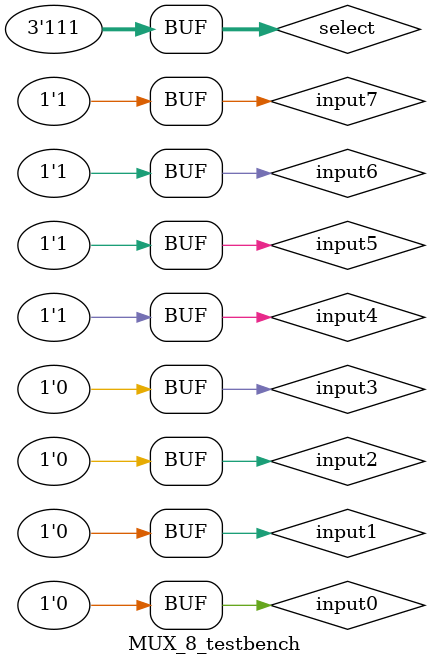
<source format=v>
`define DELAY 20
module MUX_8_testbench();
reg input0,input1,input2,input3,input4,input5,input6,input7;
reg [2:0] select;
wire result;

MUX_8 f(result,select,input0,input1,input2,input3,input4,input5,input6,input7);
initial begin
input0 = 1'b0; input1 = 1'b0; input2 = 1'b0; input3 = 1'b0; input4 = 1'b1; input5 = 1'b1; input6 = 1'b1; input7 = 1'b1; select=3'b000;
#`DELAY;
input0 = 1'b0; input1 = 1'b0; input2 = 1'b0; input3 = 1'b0; input4 = 1'b1; input5 = 1'b1; input6 = 1'b1; input7 = 1'b1; select=3'b001;
#`DELAY;
input0 = 1'b0; input1 = 1'b0; input2 = 1'b0; input3 = 1'b0; input4 = 1'b1; input5 = 1'b1; input6 = 1'b1; input7 = 1'b1; select=3'b010;
#`DELAY;
input0 = 1'b0; input1 = 1'b0; input2 = 1'b0; input3 = 1'b0; input4 = 1'b1; input5 = 1'b1; input6 = 1'b1; input7 = 1'b1; select=3'b011;
#`DELAY;
input0 = 1'b0; input1 = 1'b0; input2 = 1'b0; input3 = 1'b0; input4 = 1'b1; input5 = 1'b1; input6 = 1'b1; input7 = 1'b1; select=3'b100;
#`DELAY;
input0 = 1'b0; input1 = 1'b0; input2 = 1'b0; input3 = 1'b0; input4 = 1'b1; input5 = 1'b1; input6 = 1'b1; input7 = 1'b1; select=3'b101;
#`DELAY;
input0 = 1'b0; input1 = 1'b0; input2 = 1'b0; input3 = 1'b0; input4 = 1'b1; input5 = 1'b1; input6 = 1'b1; input7 = 1'b1; select=3'b110;
#`DELAY;
input0 = 1'b0; input1 = 1'b0; input2 = 1'b0; input3 = 1'b0; input4 = 1'b1; input5 = 1'b1; input6 = 1'b1; input7 = 1'b1; select=3'b111;
end
 
 
initial
begin
$monitor("time = %2d,input0= %1d, input1= %1d, input2= %1d, input3= %1d, input4= %1d, input5= %1d, input6= %1d, input7= %1d,result= %1d, select=%3d", $time, input0,input1,input2,input3,input4,input5,input6,input7,result, select);
end 

endmodule

</source>
